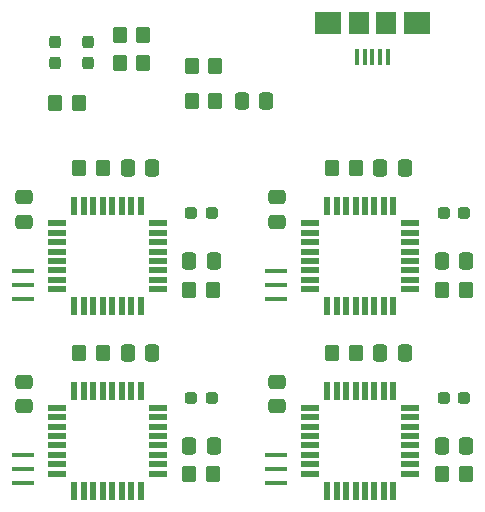
<source format=gbr>
%TF.GenerationSoftware,KiCad,Pcbnew,(6.0.4)*%
%TF.CreationDate,2022-04-04T02:46:47+02:00*%
%TF.ProjectId,Duino Coin,4475696e-6f20-4436-9f69-6e2e6b696361,rev?*%
%TF.SameCoordinates,Original*%
%TF.FileFunction,Paste,Top*%
%TF.FilePolarity,Positive*%
%FSLAX46Y46*%
G04 Gerber Fmt 4.6, Leading zero omitted, Abs format (unit mm)*
G04 Created by KiCad (PCBNEW (6.0.4)) date 2022-04-04 02:46:47*
%MOMM*%
%LPD*%
G01*
G04 APERTURE LIST*
G04 Aperture macros list*
%AMRoundRect*
0 Rectangle with rounded corners*
0 $1 Rounding radius*
0 $2 $3 $4 $5 $6 $7 $8 $9 X,Y pos of 4 corners*
0 Add a 4 corners polygon primitive as box body*
4,1,4,$2,$3,$4,$5,$6,$7,$8,$9,$2,$3,0*
0 Add four circle primitives for the rounded corners*
1,1,$1+$1,$2,$3*
1,1,$1+$1,$4,$5*
1,1,$1+$1,$6,$7*
1,1,$1+$1,$8,$9*
0 Add four rect primitives between the rounded corners*
20,1,$1+$1,$2,$3,$4,$5,0*
20,1,$1+$1,$4,$5,$6,$7,0*
20,1,$1+$1,$6,$7,$8,$9,0*
20,1,$1+$1,$8,$9,$2,$3,0*%
G04 Aperture macros list end*
%ADD10RoundRect,0.250000X0.337500X0.475000X-0.337500X0.475000X-0.337500X-0.475000X0.337500X-0.475000X0*%
%ADD11RoundRect,0.250000X0.475000X-0.337500X0.475000X0.337500X-0.475000X0.337500X-0.475000X-0.337500X0*%
%ADD12RoundRect,0.250000X-0.337500X-0.475000X0.337500X-0.475000X0.337500X0.475000X-0.337500X0.475000X0*%
%ADD13RoundRect,0.237500X0.287500X0.237500X-0.287500X0.237500X-0.287500X-0.237500X0.287500X-0.237500X0*%
%ADD14RoundRect,0.237500X0.237500X-0.287500X0.237500X0.287500X-0.237500X0.287500X-0.237500X-0.287500X0*%
%ADD15R,1.500000X0.600000*%
%ADD16R,0.600000X1.500000*%
%ADD17R,0.400000X1.400000*%
%ADD18R,1.800000X1.900000*%
%ADD19R,2.300000X1.900000*%
%ADD20RoundRect,0.249999X-0.350001X-0.450001X0.350001X-0.450001X0.350001X0.450001X-0.350001X0.450001X0*%
%ADD21RoundRect,0.249999X0.350001X0.450001X-0.350001X0.450001X-0.350001X-0.450001X0.350001X-0.450001X0*%
%ADD22R,1.900000X0.400000*%
G04 APERTURE END LIST*
D10*
%TO.C,C6*%
X167720000Y-119408000D03*
X165645000Y-119408000D03*
%TD*%
%TO.C,C7*%
X189119500Y-119408000D03*
X187044500Y-119408000D03*
%TD*%
%TO.C,C8*%
X167725000Y-103787000D03*
X165650000Y-103787000D03*
%TD*%
%TO.C,C9*%
X189119500Y-103787000D03*
X187044500Y-103787000D03*
%TD*%
D11*
%TO.C,C10*%
X156903500Y-123938000D03*
X156903500Y-121863000D03*
%TD*%
%TO.C,C11*%
X178303000Y-123938000D03*
X178303000Y-121863000D03*
%TD*%
%TO.C,C12*%
X156903500Y-108317000D03*
X156903500Y-106242000D03*
%TD*%
%TO.C,C13*%
X178303000Y-108317000D03*
X178303000Y-106242000D03*
%TD*%
D12*
%TO.C,C14*%
X170852000Y-127282000D03*
X172927000Y-127282000D03*
%TD*%
%TO.C,C15*%
X192251500Y-127282000D03*
X194326500Y-127282000D03*
%TD*%
%TO.C,C16*%
X170852000Y-111661000D03*
X172927000Y-111661000D03*
%TD*%
%TO.C,C17*%
X192251500Y-111661000D03*
X194326500Y-111661000D03*
%TD*%
D10*
%TO.C,C19*%
X177377000Y-98044000D03*
X175302000Y-98044000D03*
%TD*%
D13*
%TO.C,D9*%
X172764500Y-123218000D03*
X171014500Y-123218000D03*
%TD*%
%TO.C,D10*%
X194164000Y-123218000D03*
X192414000Y-123218000D03*
%TD*%
%TO.C,D11*%
X172764500Y-107597000D03*
X171014500Y-107597000D03*
%TD*%
%TO.C,D12*%
X194164000Y-107597000D03*
X192414000Y-107597000D03*
%TD*%
D14*
%TO.C,D13*%
X162306000Y-94855000D03*
X162306000Y-93105000D03*
%TD*%
%TO.C,D17*%
X159512000Y-94855000D03*
X159512000Y-93105000D03*
%TD*%
D15*
%TO.C,IC1*%
X159702000Y-124037500D03*
X159702000Y-124837500D03*
X159702000Y-125637500D03*
X159702000Y-126437500D03*
X159702000Y-127237500D03*
X159702000Y-128037500D03*
X159702000Y-128837500D03*
X159702000Y-129637500D03*
D16*
X161152000Y-131087500D03*
X161952000Y-131087500D03*
X162752000Y-131087500D03*
X163552000Y-131087500D03*
X164352000Y-131087500D03*
X165152000Y-131087500D03*
X165952000Y-131087500D03*
X166752000Y-131087500D03*
D15*
X168202000Y-129637500D03*
X168202000Y-128837500D03*
X168202000Y-128037500D03*
X168202000Y-127237500D03*
X168202000Y-126437500D03*
X168202000Y-125637500D03*
X168202000Y-124837500D03*
X168202000Y-124037500D03*
D16*
X166752000Y-122587500D03*
X165952000Y-122587500D03*
X165152000Y-122587500D03*
X164352000Y-122587500D03*
X163552000Y-122587500D03*
X162752000Y-122587500D03*
X161952000Y-122587500D03*
X161152000Y-122587500D03*
%TD*%
D15*
%TO.C,IC2*%
X181101500Y-124037500D03*
X181101500Y-124837500D03*
X181101500Y-125637500D03*
X181101500Y-126437500D03*
X181101500Y-127237500D03*
X181101500Y-128037500D03*
X181101500Y-128837500D03*
X181101500Y-129637500D03*
D16*
X182551500Y-131087500D03*
X183351500Y-131087500D03*
X184151500Y-131087500D03*
X184951500Y-131087500D03*
X185751500Y-131087500D03*
X186551500Y-131087500D03*
X187351500Y-131087500D03*
X188151500Y-131087500D03*
D15*
X189601500Y-129637500D03*
X189601500Y-128837500D03*
X189601500Y-128037500D03*
X189601500Y-127237500D03*
X189601500Y-126437500D03*
X189601500Y-125637500D03*
X189601500Y-124837500D03*
X189601500Y-124037500D03*
D16*
X188151500Y-122587500D03*
X187351500Y-122587500D03*
X186551500Y-122587500D03*
X185751500Y-122587500D03*
X184951500Y-122587500D03*
X184151500Y-122587500D03*
X183351500Y-122587500D03*
X182551500Y-122587500D03*
%TD*%
D15*
%TO.C,IC4*%
X181101500Y-108416500D03*
X181101500Y-109216500D03*
X181101500Y-110016500D03*
X181101500Y-110816500D03*
X181101500Y-111616500D03*
X181101500Y-112416500D03*
X181101500Y-113216500D03*
X181101500Y-114016500D03*
D16*
X182551500Y-115466500D03*
X183351500Y-115466500D03*
X184151500Y-115466500D03*
X184951500Y-115466500D03*
X185751500Y-115466500D03*
X186551500Y-115466500D03*
X187351500Y-115466500D03*
X188151500Y-115466500D03*
D15*
X189601500Y-114016500D03*
X189601500Y-113216500D03*
X189601500Y-112416500D03*
X189601500Y-111616500D03*
X189601500Y-110816500D03*
X189601500Y-110016500D03*
X189601500Y-109216500D03*
X189601500Y-108416500D03*
D16*
X188151500Y-106966500D03*
X187351500Y-106966500D03*
X186551500Y-106966500D03*
X185751500Y-106966500D03*
X184951500Y-106966500D03*
X184151500Y-106966500D03*
X183351500Y-106966500D03*
X182551500Y-106966500D03*
%TD*%
D17*
%TO.C,J1*%
X187672500Y-94323500D03*
X187022500Y-94323500D03*
X186372500Y-94323500D03*
X185722500Y-94323500D03*
X185072500Y-94323500D03*
D18*
X185222500Y-91473500D03*
D19*
X182622500Y-91473500D03*
D18*
X187522500Y-91473500D03*
D19*
X190122500Y-91473500D03*
%TD*%
D20*
%TO.C,R17*%
X161555000Y-119408000D03*
X163555000Y-119408000D03*
%TD*%
%TO.C,R18*%
X182954500Y-119408000D03*
X184954500Y-119408000D03*
%TD*%
%TO.C,R19*%
X161555000Y-103787000D03*
X163555000Y-103787000D03*
%TD*%
%TO.C,R20*%
X182954500Y-103787000D03*
X184954500Y-103787000D03*
%TD*%
D21*
%TO.C,R21*%
X172889500Y-129695000D03*
X170889500Y-129695000D03*
%TD*%
%TO.C,R22*%
X194289000Y-129695000D03*
X192289000Y-129695000D03*
%TD*%
%TO.C,R23*%
X172889500Y-114074000D03*
X170889500Y-114074000D03*
%TD*%
%TO.C,R24*%
X194289000Y-114074000D03*
X192289000Y-114074000D03*
%TD*%
%TO.C,R25*%
X173085000Y-95123000D03*
X171085000Y-95123000D03*
%TD*%
D20*
%TO.C,R26*%
X171085000Y-98044000D03*
X173085000Y-98044000D03*
%TD*%
%TO.C,R27*%
X164989000Y-94869000D03*
X166989000Y-94869000D03*
%TD*%
%TO.C,R28*%
X164989000Y-92456000D03*
X166989000Y-92456000D03*
%TD*%
%TO.C,R30*%
X159528000Y-98234500D03*
X161528000Y-98234500D03*
%TD*%
D22*
%TO.C,Y1*%
X156776500Y-128050500D03*
X156776500Y-129250500D03*
X156776500Y-130450500D03*
%TD*%
%TO.C,Y2*%
X178176000Y-128050500D03*
X178176000Y-129250500D03*
X178176000Y-130450500D03*
%TD*%
%TO.C,Y3*%
X156776500Y-112429500D03*
X156776500Y-113629500D03*
X156776500Y-114829500D03*
%TD*%
%TO.C,Y4*%
X178176000Y-112429500D03*
X178176000Y-113629500D03*
X178176000Y-114829500D03*
%TD*%
D15*
%TO.C,IC3*%
X159702000Y-108416500D03*
X159702000Y-109216500D03*
X159702000Y-110016500D03*
X159702000Y-110816500D03*
X159702000Y-111616500D03*
X159702000Y-112416500D03*
X159702000Y-113216500D03*
X159702000Y-114016500D03*
D16*
X161152000Y-115466500D03*
X161952000Y-115466500D03*
X162752000Y-115466500D03*
X163552000Y-115466500D03*
X164352000Y-115466500D03*
X165152000Y-115466500D03*
X165952000Y-115466500D03*
X166752000Y-115466500D03*
D15*
X168202000Y-114016500D03*
X168202000Y-113216500D03*
X168202000Y-112416500D03*
X168202000Y-111616500D03*
X168202000Y-110816500D03*
X168202000Y-110016500D03*
X168202000Y-109216500D03*
X168202000Y-108416500D03*
D16*
X166752000Y-106966500D03*
X165952000Y-106966500D03*
X165152000Y-106966500D03*
X164352000Y-106966500D03*
X163552000Y-106966500D03*
X162752000Y-106966500D03*
X161952000Y-106966500D03*
X161152000Y-106966500D03*
%TD*%
M02*

</source>
